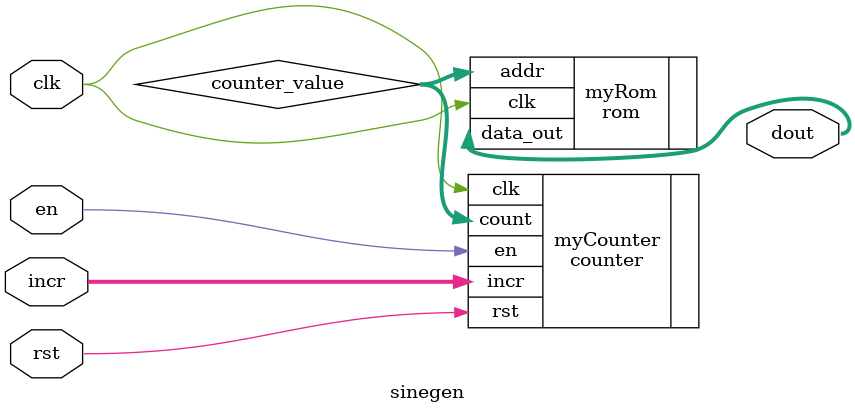
<source format=sv>
module sinegen #(
    parameter A_WIDTH = 8,
              D_WIDTH = 8
)(
    input logic clk,       
    input logic rst,      
    input logic en,        
    input logic [D_WIDTH-1:0] incr, 
    output logic [D_WIDTH-1:0] dout 
);

    logic [A_WIDTH-1:0] counter_value; 

    counter myCounter (
        .clk(clk),
        .rst(rst),
        .en(en),
        .incr(incr),
        .count(counter_value)
    );

    rom myRom (
        .clk(clk),
        .addr(counter_value),  
        .data_out(dout)
    );

endmodule


</source>
